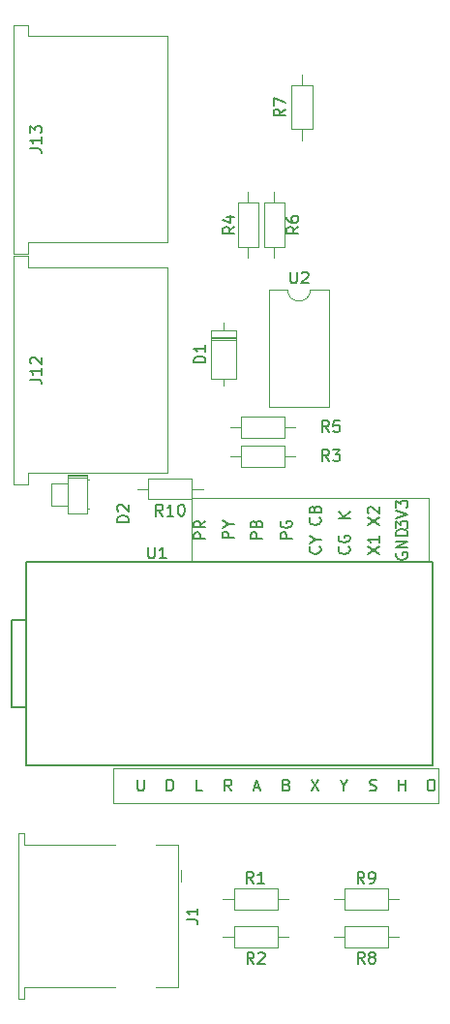
<source format=gbr>
G04 #@! TF.GenerationSoftware,KiCad,Pcbnew,5.1.5+dfsg1-2~bpo10+1*
G04 #@! TF.CreationDate,2020-04-18T13:19:32-07:00*
G04 #@! TF.ProjectId,rbdrums,72626472-756d-4732-9e6b-696361645f70,rev?*
G04 #@! TF.SameCoordinates,Original*
G04 #@! TF.FileFunction,Legend,Top*
G04 #@! TF.FilePolarity,Positive*
%FSLAX46Y46*%
G04 Gerber Fmt 4.6, Leading zero omitted, Abs format (unit mm)*
G04 Created by KiCad (PCBNEW 5.1.5+dfsg1-2~bpo10+1) date 2020-04-18 13:19:32*
%MOMM*%
%LPD*%
G04 APERTURE LIST*
%ADD10C,0.120000*%
%ADD11C,0.150000*%
G04 APERTURE END LIST*
D10*
X120360000Y-96072000D02*
X120360000Y-110572000D01*
X120360000Y-110572000D02*
X120860000Y-110572000D01*
X120860000Y-110572000D02*
X120860000Y-109572000D01*
X120860000Y-109572000D02*
X128860000Y-109572000D01*
X132360000Y-109572000D02*
X134360000Y-109572000D01*
X134360000Y-109572000D02*
X134360000Y-97072000D01*
X134360000Y-97072000D02*
X132360000Y-97072000D01*
X128860000Y-97072000D02*
X120860000Y-97072000D01*
X120860000Y-97072000D02*
X120860000Y-96072000D01*
X120860000Y-96072000D02*
X120360000Y-96072000D01*
X134610000Y-99322000D02*
X134610000Y-100322000D01*
X130759400Y-65989200D02*
X131709400Y-65989200D01*
X136499400Y-65989200D02*
X135549400Y-65989200D01*
X131709400Y-66909200D02*
X135549400Y-66909200D01*
X131709400Y-65069200D02*
X131709400Y-66909200D01*
X135549400Y-65069200D02*
X131709400Y-65069200D01*
X135549400Y-66909200D02*
X135549400Y-65069200D01*
X126504200Y-67741800D02*
X126504200Y-67741800D01*
X126374200Y-67741800D02*
X126504200Y-67741800D01*
X126374200Y-67741800D02*
X126374200Y-67741800D01*
X126504200Y-67741800D02*
X126374200Y-67741800D01*
X126504200Y-65201800D02*
X126504200Y-65201800D01*
X126374200Y-65201800D02*
X126504200Y-65201800D01*
X126374200Y-65201800D02*
X126374200Y-65201800D01*
X126504200Y-65201800D02*
X126374200Y-65201800D01*
X124654200Y-67431800D02*
X124654200Y-65511800D01*
X123254200Y-67431800D02*
X124654200Y-67431800D01*
X123254200Y-65511800D02*
X123254200Y-67431800D01*
X124654200Y-65511800D02*
X123254200Y-65511800D01*
X126374200Y-65001800D02*
X124654200Y-65001800D01*
X126374200Y-64881800D02*
X124654200Y-64881800D01*
X126374200Y-68181800D02*
X126374200Y-64761800D01*
X124654200Y-68181800D02*
X126374200Y-68181800D01*
X124654200Y-64761800D02*
X124654200Y-68181800D01*
X126374200Y-64761800D02*
X124654200Y-64761800D01*
D11*
X119761000Y-85090000D02*
X121031000Y-85090000D01*
X119761000Y-77470000D02*
X119761000Y-85090000D01*
X121031000Y-77470000D02*
X119761000Y-77470000D01*
X156591000Y-72390000D02*
X121031000Y-72390000D01*
X156591000Y-90170000D02*
X156591000Y-72390000D01*
X121031000Y-90170000D02*
X156591000Y-90170000D01*
X121031000Y-72390000D02*
X121031000Y-90170000D01*
D10*
X147557000Y-48581000D02*
X145907000Y-48581000D01*
X147557000Y-58861000D02*
X147557000Y-48581000D01*
X142257000Y-58861000D02*
X147557000Y-58861000D01*
X142257000Y-48581000D02*
X142257000Y-58861000D01*
X143907000Y-48581000D02*
X142257000Y-48581000D01*
X145907000Y-48581000D02*
G75*
G02X143907000Y-48581000I-1000000J0D01*
G01*
X147929800Y-101854000D02*
X148879800Y-101854000D01*
X153669800Y-101854000D02*
X152719800Y-101854000D01*
X148879800Y-102774000D02*
X152719800Y-102774000D01*
X148879800Y-100934000D02*
X148879800Y-102774000D01*
X152719800Y-100934000D02*
X148879800Y-100934000D01*
X152719800Y-102774000D02*
X152719800Y-100934000D01*
X147929800Y-105156000D02*
X148879800Y-105156000D01*
X153669800Y-105156000D02*
X152719800Y-105156000D01*
X148879800Y-106076000D02*
X152719800Y-106076000D01*
X148879800Y-104236000D02*
X148879800Y-106076000D01*
X152719800Y-104236000D02*
X148879800Y-104236000D01*
X152719800Y-106076000D02*
X152719800Y-104236000D01*
X145161000Y-29769000D02*
X145161000Y-30719000D01*
X145161000Y-35509000D02*
X145161000Y-34559000D01*
X144241000Y-30719000D02*
X144241000Y-34559000D01*
X146081000Y-30719000D02*
X144241000Y-30719000D01*
X146081000Y-34559000D02*
X146081000Y-30719000D01*
X144241000Y-34559000D02*
X146081000Y-34559000D01*
X142748000Y-40056000D02*
X142748000Y-41006000D01*
X142748000Y-45796000D02*
X142748000Y-44846000D01*
X141828000Y-41006000D02*
X141828000Y-44846000D01*
X143668000Y-41006000D02*
X141828000Y-41006000D01*
X143668000Y-44846000D02*
X143668000Y-41006000D01*
X141828000Y-44846000D02*
X143668000Y-44846000D01*
X144602000Y-60579000D02*
X143652000Y-60579000D01*
X138862000Y-60579000D02*
X139812000Y-60579000D01*
X143652000Y-59659000D02*
X139812000Y-59659000D01*
X143652000Y-61499000D02*
X143652000Y-59659000D01*
X139812000Y-61499000D02*
X143652000Y-61499000D01*
X139812000Y-59659000D02*
X139812000Y-61499000D01*
X140462000Y-40056000D02*
X140462000Y-41006000D01*
X140462000Y-45796000D02*
X140462000Y-44846000D01*
X139542000Y-41006000D02*
X139542000Y-44846000D01*
X141382000Y-41006000D02*
X139542000Y-41006000D01*
X141382000Y-44846000D02*
X141382000Y-41006000D01*
X139542000Y-44846000D02*
X141382000Y-44846000D01*
X138862000Y-63119000D02*
X139812000Y-63119000D01*
X144602000Y-63119000D02*
X143652000Y-63119000D01*
X139812000Y-64039000D02*
X143652000Y-64039000D01*
X139812000Y-62199000D02*
X139812000Y-64039000D01*
X143652000Y-62199000D02*
X139812000Y-62199000D01*
X143652000Y-64039000D02*
X143652000Y-62199000D01*
X143992400Y-105156000D02*
X143042400Y-105156000D01*
X138252400Y-105156000D02*
X139202400Y-105156000D01*
X143042400Y-104236000D02*
X139202400Y-104236000D01*
X143042400Y-106076000D02*
X143042400Y-104236000D01*
X139202400Y-106076000D02*
X143042400Y-106076000D01*
X139202400Y-104236000D02*
X139202400Y-106076000D01*
X143992400Y-101854000D02*
X143042400Y-101854000D01*
X138252400Y-101854000D02*
X139202400Y-101854000D01*
X143042400Y-100934000D02*
X139202400Y-100934000D01*
X143042400Y-102774000D02*
X143042400Y-100934000D01*
X139202400Y-102774000D02*
X143042400Y-102774000D01*
X139202400Y-100934000D02*
X139202400Y-102774000D01*
X119921000Y-44433000D02*
X119921000Y-26433000D01*
X133421000Y-26433000D02*
X133421000Y-44433000D01*
X119921000Y-26433000D02*
X119921000Y-25433000D01*
X119921000Y-25433000D02*
X121171000Y-25433000D01*
X121171000Y-25433000D02*
X121171000Y-26433000D01*
X121171000Y-26433000D02*
X133421000Y-26433000D01*
X119921000Y-44433000D02*
X119921000Y-45433000D01*
X119921000Y-45433000D02*
X121171000Y-45433000D01*
X121171000Y-45433000D02*
X121171000Y-44433000D01*
X121171000Y-44433000D02*
X133421000Y-44433000D01*
X119921000Y-64626000D02*
X119921000Y-46626000D01*
X133421000Y-46626000D02*
X133421000Y-64626000D01*
X119921000Y-46626000D02*
X119921000Y-45626000D01*
X119921000Y-45626000D02*
X121171000Y-45626000D01*
X121171000Y-45626000D02*
X121171000Y-46626000D01*
X121171000Y-46626000D02*
X133421000Y-46626000D01*
X119921000Y-64626000D02*
X119921000Y-65626000D01*
X119921000Y-65626000D02*
X121171000Y-65626000D01*
X121171000Y-65626000D02*
X121171000Y-64626000D01*
X121171000Y-64626000D02*
X133421000Y-64626000D01*
X157099000Y-93449400D02*
X156294000Y-93448000D01*
X156294000Y-90448000D02*
X157099000Y-90449400D01*
X128694000Y-93448000D02*
X128694000Y-90448000D01*
X156294000Y-93448000D02*
X128694000Y-93448000D01*
X157099000Y-90449400D02*
X157099000Y-93449400D01*
X128694000Y-90448000D02*
X156294000Y-90448000D01*
X136314000Y-72365999D02*
X135509000Y-72367399D01*
X136314000Y-66826000D02*
X135509000Y-66827400D01*
X135509000Y-72367399D02*
X135509000Y-66827400D01*
X156294000Y-66826001D02*
X136314000Y-66826000D01*
X156294000Y-72366000D02*
X156294000Y-66826001D01*
X136314000Y-72365999D02*
X156294000Y-72366000D01*
X139423000Y-52709000D02*
X137183000Y-52709000D01*
X139423000Y-52949000D02*
X137183000Y-52949000D01*
X139423000Y-52829000D02*
X137183000Y-52829000D01*
X138303000Y-56999000D02*
X138303000Y-56349000D01*
X138303000Y-51459000D02*
X138303000Y-52109000D01*
X139423000Y-56349000D02*
X139423000Y-52109000D01*
X137183000Y-56349000D02*
X139423000Y-56349000D01*
X137183000Y-52109000D02*
X137183000Y-56349000D01*
X139423000Y-52109000D02*
X137183000Y-52109000D01*
D11*
X135062380Y-103655333D02*
X135776666Y-103655333D01*
X135919523Y-103702952D01*
X136014761Y-103798190D01*
X136062380Y-103941047D01*
X136062380Y-104036285D01*
X136062380Y-102655333D02*
X136062380Y-103226761D01*
X136062380Y-102941047D02*
X135062380Y-102941047D01*
X135205238Y-103036285D01*
X135300476Y-103131523D01*
X135348095Y-103226761D01*
X132986542Y-68361580D02*
X132653209Y-67885390D01*
X132415114Y-68361580D02*
X132415114Y-67361580D01*
X132796066Y-67361580D01*
X132891304Y-67409200D01*
X132938923Y-67456819D01*
X132986542Y-67552057D01*
X132986542Y-67694914D01*
X132938923Y-67790152D01*
X132891304Y-67837771D01*
X132796066Y-67885390D01*
X132415114Y-67885390D01*
X133938923Y-68361580D02*
X133367495Y-68361580D01*
X133653209Y-68361580D02*
X133653209Y-67361580D01*
X133557971Y-67504438D01*
X133462733Y-67599676D01*
X133367495Y-67647295D01*
X134557971Y-67361580D02*
X134653209Y-67361580D01*
X134748447Y-67409200D01*
X134796066Y-67456819D01*
X134843685Y-67552057D01*
X134891304Y-67742533D01*
X134891304Y-67980628D01*
X134843685Y-68171104D01*
X134796066Y-68266342D01*
X134748447Y-68313961D01*
X134653209Y-68361580D01*
X134557971Y-68361580D01*
X134462733Y-68313961D01*
X134415114Y-68266342D01*
X134367495Y-68171104D01*
X134319876Y-67980628D01*
X134319876Y-67742533D01*
X134367495Y-67552057D01*
X134415114Y-67456819D01*
X134462733Y-67409200D01*
X134557971Y-67361580D01*
X129996580Y-68886295D02*
X128996580Y-68886295D01*
X128996580Y-68648200D01*
X129044200Y-68505342D01*
X129139438Y-68410104D01*
X129234676Y-68362485D01*
X129425152Y-68314866D01*
X129568009Y-68314866D01*
X129758485Y-68362485D01*
X129853723Y-68410104D01*
X129948961Y-68505342D01*
X129996580Y-68648200D01*
X129996580Y-68886295D01*
X129091819Y-67933914D02*
X129044200Y-67886295D01*
X128996580Y-67791057D01*
X128996580Y-67552961D01*
X129044200Y-67457723D01*
X129091819Y-67410104D01*
X129187057Y-67362485D01*
X129282295Y-67362485D01*
X129425152Y-67410104D01*
X129996580Y-67981533D01*
X129996580Y-67362485D01*
X131699095Y-71080380D02*
X131699095Y-71889904D01*
X131746714Y-71985142D01*
X131794333Y-72032761D01*
X131889571Y-72080380D01*
X132080047Y-72080380D01*
X132175285Y-72032761D01*
X132222904Y-71985142D01*
X132270523Y-71889904D01*
X132270523Y-71080380D01*
X133270523Y-72080380D02*
X132699095Y-72080380D01*
X132984809Y-72080380D02*
X132984809Y-71080380D01*
X132889571Y-71223238D01*
X132794333Y-71318476D01*
X132699095Y-71366095D01*
X144145095Y-47033380D02*
X144145095Y-47842904D01*
X144192714Y-47938142D01*
X144240333Y-47985761D01*
X144335571Y-48033380D01*
X144526047Y-48033380D01*
X144621285Y-47985761D01*
X144668904Y-47938142D01*
X144716523Y-47842904D01*
X144716523Y-47033380D01*
X145145095Y-47128619D02*
X145192714Y-47081000D01*
X145287952Y-47033380D01*
X145526047Y-47033380D01*
X145621285Y-47081000D01*
X145668904Y-47128619D01*
X145716523Y-47223857D01*
X145716523Y-47319095D01*
X145668904Y-47461952D01*
X145097476Y-48033380D01*
X145716523Y-48033380D01*
X150607733Y-100477580D02*
X150274400Y-100001390D01*
X150036304Y-100477580D02*
X150036304Y-99477580D01*
X150417257Y-99477580D01*
X150512495Y-99525200D01*
X150560114Y-99572819D01*
X150607733Y-99668057D01*
X150607733Y-99810914D01*
X150560114Y-99906152D01*
X150512495Y-99953771D01*
X150417257Y-100001390D01*
X150036304Y-100001390D01*
X151083923Y-100477580D02*
X151274400Y-100477580D01*
X151369638Y-100429961D01*
X151417257Y-100382342D01*
X151512495Y-100239485D01*
X151560114Y-100049009D01*
X151560114Y-99668057D01*
X151512495Y-99572819D01*
X151464876Y-99525200D01*
X151369638Y-99477580D01*
X151179161Y-99477580D01*
X151083923Y-99525200D01*
X151036304Y-99572819D01*
X150988685Y-99668057D01*
X150988685Y-99906152D01*
X151036304Y-100001390D01*
X151083923Y-100049009D01*
X151179161Y-100096628D01*
X151369638Y-100096628D01*
X151464876Y-100049009D01*
X151512495Y-100001390D01*
X151560114Y-99906152D01*
X150633133Y-107487980D02*
X150299800Y-107011790D01*
X150061704Y-107487980D02*
X150061704Y-106487980D01*
X150442657Y-106487980D01*
X150537895Y-106535600D01*
X150585514Y-106583219D01*
X150633133Y-106678457D01*
X150633133Y-106821314D01*
X150585514Y-106916552D01*
X150537895Y-106964171D01*
X150442657Y-107011790D01*
X150061704Y-107011790D01*
X151204561Y-106916552D02*
X151109323Y-106868933D01*
X151061704Y-106821314D01*
X151014085Y-106726076D01*
X151014085Y-106678457D01*
X151061704Y-106583219D01*
X151109323Y-106535600D01*
X151204561Y-106487980D01*
X151395038Y-106487980D01*
X151490276Y-106535600D01*
X151537895Y-106583219D01*
X151585514Y-106678457D01*
X151585514Y-106726076D01*
X151537895Y-106821314D01*
X151490276Y-106868933D01*
X151395038Y-106916552D01*
X151204561Y-106916552D01*
X151109323Y-106964171D01*
X151061704Y-107011790D01*
X151014085Y-107107028D01*
X151014085Y-107297504D01*
X151061704Y-107392742D01*
X151109323Y-107440361D01*
X151204561Y-107487980D01*
X151395038Y-107487980D01*
X151490276Y-107440361D01*
X151537895Y-107392742D01*
X151585514Y-107297504D01*
X151585514Y-107107028D01*
X151537895Y-107011790D01*
X151490276Y-106964171D01*
X151395038Y-106916552D01*
X143693380Y-32805666D02*
X143217190Y-33139000D01*
X143693380Y-33377095D02*
X142693380Y-33377095D01*
X142693380Y-32996142D01*
X142741000Y-32900904D01*
X142788619Y-32853285D01*
X142883857Y-32805666D01*
X143026714Y-32805666D01*
X143121952Y-32853285D01*
X143169571Y-32900904D01*
X143217190Y-32996142D01*
X143217190Y-33377095D01*
X142693380Y-32472333D02*
X142693380Y-31805666D01*
X143693380Y-32234238D01*
X144851380Y-43092666D02*
X144375190Y-43426000D01*
X144851380Y-43664095D02*
X143851380Y-43664095D01*
X143851380Y-43283142D01*
X143899000Y-43187904D01*
X143946619Y-43140285D01*
X144041857Y-43092666D01*
X144184714Y-43092666D01*
X144279952Y-43140285D01*
X144327571Y-43187904D01*
X144375190Y-43283142D01*
X144375190Y-43664095D01*
X143851380Y-42235523D02*
X143851380Y-42426000D01*
X143899000Y-42521238D01*
X143946619Y-42568857D01*
X144089476Y-42664095D01*
X144279952Y-42711714D01*
X144660904Y-42711714D01*
X144756142Y-42664095D01*
X144803761Y-42616476D01*
X144851380Y-42521238D01*
X144851380Y-42330761D01*
X144803761Y-42235523D01*
X144756142Y-42187904D01*
X144660904Y-42140285D01*
X144422809Y-42140285D01*
X144327571Y-42187904D01*
X144279952Y-42235523D01*
X144232333Y-42330761D01*
X144232333Y-42521238D01*
X144279952Y-42616476D01*
X144327571Y-42664095D01*
X144422809Y-42711714D01*
X147534333Y-61031380D02*
X147201000Y-60555190D01*
X146962904Y-61031380D02*
X146962904Y-60031380D01*
X147343857Y-60031380D01*
X147439095Y-60079000D01*
X147486714Y-60126619D01*
X147534333Y-60221857D01*
X147534333Y-60364714D01*
X147486714Y-60459952D01*
X147439095Y-60507571D01*
X147343857Y-60555190D01*
X146962904Y-60555190D01*
X148439095Y-60031380D02*
X147962904Y-60031380D01*
X147915285Y-60507571D01*
X147962904Y-60459952D01*
X148058142Y-60412333D01*
X148296238Y-60412333D01*
X148391476Y-60459952D01*
X148439095Y-60507571D01*
X148486714Y-60602809D01*
X148486714Y-60840904D01*
X148439095Y-60936142D01*
X148391476Y-60983761D01*
X148296238Y-61031380D01*
X148058142Y-61031380D01*
X147962904Y-60983761D01*
X147915285Y-60936142D01*
X139263380Y-43092666D02*
X138787190Y-43426000D01*
X139263380Y-43664095D02*
X138263380Y-43664095D01*
X138263380Y-43283142D01*
X138311000Y-43187904D01*
X138358619Y-43140285D01*
X138453857Y-43092666D01*
X138596714Y-43092666D01*
X138691952Y-43140285D01*
X138739571Y-43187904D01*
X138787190Y-43283142D01*
X138787190Y-43664095D01*
X138596714Y-42235523D02*
X139263380Y-42235523D01*
X138215761Y-42473619D02*
X138930047Y-42711714D01*
X138930047Y-42092666D01*
X147534333Y-63571380D02*
X147201000Y-63095190D01*
X146962904Y-63571380D02*
X146962904Y-62571380D01*
X147343857Y-62571380D01*
X147439095Y-62619000D01*
X147486714Y-62666619D01*
X147534333Y-62761857D01*
X147534333Y-62904714D01*
X147486714Y-62999952D01*
X147439095Y-63047571D01*
X147343857Y-63095190D01*
X146962904Y-63095190D01*
X147867666Y-62571380D02*
X148486714Y-62571380D01*
X148153380Y-62952333D01*
X148296238Y-62952333D01*
X148391476Y-62999952D01*
X148439095Y-63047571D01*
X148486714Y-63142809D01*
X148486714Y-63380904D01*
X148439095Y-63476142D01*
X148391476Y-63523761D01*
X148296238Y-63571380D01*
X148010523Y-63571380D01*
X147915285Y-63523761D01*
X147867666Y-63476142D01*
X140955733Y-107513380D02*
X140622400Y-107037190D01*
X140384304Y-107513380D02*
X140384304Y-106513380D01*
X140765257Y-106513380D01*
X140860495Y-106561000D01*
X140908114Y-106608619D01*
X140955733Y-106703857D01*
X140955733Y-106846714D01*
X140908114Y-106941952D01*
X140860495Y-106989571D01*
X140765257Y-107037190D01*
X140384304Y-107037190D01*
X141336685Y-106608619D02*
X141384304Y-106561000D01*
X141479542Y-106513380D01*
X141717638Y-106513380D01*
X141812876Y-106561000D01*
X141860495Y-106608619D01*
X141908114Y-106703857D01*
X141908114Y-106799095D01*
X141860495Y-106941952D01*
X141289066Y-107513380D01*
X141908114Y-107513380D01*
X140930333Y-100452180D02*
X140597000Y-99975990D01*
X140358904Y-100452180D02*
X140358904Y-99452180D01*
X140739857Y-99452180D01*
X140835095Y-99499800D01*
X140882714Y-99547419D01*
X140930333Y-99642657D01*
X140930333Y-99785514D01*
X140882714Y-99880752D01*
X140835095Y-99928371D01*
X140739857Y-99975990D01*
X140358904Y-99975990D01*
X141882714Y-100452180D02*
X141311285Y-100452180D01*
X141597000Y-100452180D02*
X141597000Y-99452180D01*
X141501761Y-99595038D01*
X141406523Y-99690276D01*
X141311285Y-99737895D01*
X121373380Y-36242523D02*
X122087666Y-36242523D01*
X122230523Y-36290142D01*
X122325761Y-36385380D01*
X122373380Y-36528238D01*
X122373380Y-36623476D01*
X122373380Y-35242523D02*
X122373380Y-35813952D01*
X122373380Y-35528238D02*
X121373380Y-35528238D01*
X121516238Y-35623476D01*
X121611476Y-35718714D01*
X121659095Y-35813952D01*
X121373380Y-34909190D02*
X121373380Y-34290142D01*
X121754333Y-34623476D01*
X121754333Y-34480619D01*
X121801952Y-34385380D01*
X121849571Y-34337761D01*
X121944809Y-34290142D01*
X122182904Y-34290142D01*
X122278142Y-34337761D01*
X122325761Y-34385380D01*
X122373380Y-34480619D01*
X122373380Y-34766333D01*
X122325761Y-34861571D01*
X122278142Y-34909190D01*
X121373380Y-56435523D02*
X122087666Y-56435523D01*
X122230523Y-56483142D01*
X122325761Y-56578380D01*
X122373380Y-56721238D01*
X122373380Y-56816476D01*
X122373380Y-55435523D02*
X122373380Y-56006952D01*
X122373380Y-55721238D02*
X121373380Y-55721238D01*
X121516238Y-55816476D01*
X121611476Y-55911714D01*
X121659095Y-56006952D01*
X121468619Y-55054571D02*
X121421000Y-55006952D01*
X121373380Y-54911714D01*
X121373380Y-54673619D01*
X121421000Y-54578380D01*
X121468619Y-54530761D01*
X121563857Y-54483142D01*
X121659095Y-54483142D01*
X121801952Y-54530761D01*
X122373380Y-55102190D01*
X122373380Y-54483142D01*
X156368761Y-91400380D02*
X156559238Y-91400380D01*
X156654476Y-91448000D01*
X156749714Y-91543238D01*
X156797333Y-91733714D01*
X156797333Y-92067047D01*
X156749714Y-92257523D01*
X156654476Y-92352761D01*
X156559238Y-92400380D01*
X156368761Y-92400380D01*
X156273523Y-92352761D01*
X156178285Y-92257523D01*
X156130666Y-92067047D01*
X156130666Y-91733714D01*
X156178285Y-91543238D01*
X156273523Y-91448000D01*
X156368761Y-91400380D01*
X153638285Y-92400380D02*
X153638285Y-91400380D01*
X153638285Y-91876571D02*
X154209714Y-91876571D01*
X154209714Y-92400380D02*
X154209714Y-91400380D01*
X151098285Y-92352761D02*
X151241142Y-92400380D01*
X151479238Y-92400380D01*
X151574476Y-92352761D01*
X151622095Y-92305142D01*
X151669714Y-92209904D01*
X151669714Y-92114666D01*
X151622095Y-92019428D01*
X151574476Y-91971809D01*
X151479238Y-91924190D01*
X151288761Y-91876571D01*
X151193523Y-91828952D01*
X151145904Y-91781333D01*
X151098285Y-91686095D01*
X151098285Y-91590857D01*
X151145904Y-91495619D01*
X151193523Y-91448000D01*
X151288761Y-91400380D01*
X151526857Y-91400380D01*
X151669714Y-91448000D01*
X148844000Y-91924190D02*
X148844000Y-92400380D01*
X148510666Y-91400380D02*
X148844000Y-91924190D01*
X149177333Y-91400380D01*
X145970666Y-91400380D02*
X146637333Y-92400380D01*
X146637333Y-91400380D02*
X145970666Y-92400380D01*
X143835428Y-91876571D02*
X143978285Y-91924190D01*
X144025904Y-91971809D01*
X144073523Y-92067047D01*
X144073523Y-92209904D01*
X144025904Y-92305142D01*
X143978285Y-92352761D01*
X143883047Y-92400380D01*
X143502095Y-92400380D01*
X143502095Y-91400380D01*
X143835428Y-91400380D01*
X143930666Y-91448000D01*
X143978285Y-91495619D01*
X144025904Y-91590857D01*
X144025904Y-91686095D01*
X143978285Y-91781333D01*
X143930666Y-91828952D01*
X143835428Y-91876571D01*
X143502095Y-91876571D01*
X140985904Y-92114666D02*
X141462095Y-92114666D01*
X140890666Y-92400380D02*
X141224000Y-91400380D01*
X141557333Y-92400380D01*
X138993523Y-92400380D02*
X138660190Y-91924190D01*
X138422095Y-92400380D02*
X138422095Y-91400380D01*
X138803047Y-91400380D01*
X138898285Y-91448000D01*
X138945904Y-91495619D01*
X138993523Y-91590857D01*
X138993523Y-91733714D01*
X138945904Y-91828952D01*
X138898285Y-91876571D01*
X138803047Y-91924190D01*
X138422095Y-91924190D01*
X136453523Y-92400380D02*
X135977333Y-92400380D01*
X135977333Y-91400380D01*
X133342095Y-92400380D02*
X133342095Y-91400380D01*
X133580190Y-91400380D01*
X133723047Y-91448000D01*
X133818285Y-91543238D01*
X133865904Y-91638476D01*
X133913523Y-91828952D01*
X133913523Y-91971809D01*
X133865904Y-92162285D01*
X133818285Y-92257523D01*
X133723047Y-92352761D01*
X133580190Y-92400380D01*
X133342095Y-92400380D01*
X130778285Y-91400380D02*
X130778285Y-92209904D01*
X130825904Y-92305142D01*
X130873523Y-92352761D01*
X130968761Y-92400380D01*
X131159238Y-92400380D01*
X131254476Y-92352761D01*
X131302095Y-92305142D01*
X131349714Y-92209904D01*
X131349714Y-91400380D01*
X136723380Y-70357904D02*
X135723380Y-70357904D01*
X135723380Y-69976952D01*
X135771000Y-69881714D01*
X135818619Y-69834095D01*
X135913857Y-69786476D01*
X136056714Y-69786476D01*
X136151952Y-69834095D01*
X136199571Y-69881714D01*
X136247190Y-69976952D01*
X136247190Y-70357904D01*
X136723380Y-68786476D02*
X136247190Y-69119809D01*
X136723380Y-69357904D02*
X135723380Y-69357904D01*
X135723380Y-68976952D01*
X135771000Y-68881714D01*
X135818619Y-68834095D01*
X135913857Y-68786476D01*
X136056714Y-68786476D01*
X136151952Y-68834095D01*
X136199571Y-68881714D01*
X136247190Y-68976952D01*
X136247190Y-69357904D01*
X139199880Y-70286476D02*
X138199880Y-70286476D01*
X138199880Y-69905523D01*
X138247500Y-69810285D01*
X138295119Y-69762666D01*
X138390357Y-69715047D01*
X138533214Y-69715047D01*
X138628452Y-69762666D01*
X138676071Y-69810285D01*
X138723690Y-69905523D01*
X138723690Y-70286476D01*
X138723690Y-69096000D02*
X139199880Y-69096000D01*
X138199880Y-69429333D02*
X138723690Y-69096000D01*
X138199880Y-68762666D01*
X141676380Y-70357904D02*
X140676380Y-70357904D01*
X140676380Y-69976952D01*
X140724000Y-69881714D01*
X140771619Y-69834095D01*
X140866857Y-69786476D01*
X141009714Y-69786476D01*
X141104952Y-69834095D01*
X141152571Y-69881714D01*
X141200190Y-69976952D01*
X141200190Y-70357904D01*
X141152571Y-69024571D02*
X141200190Y-68881714D01*
X141247809Y-68834095D01*
X141343047Y-68786476D01*
X141485904Y-68786476D01*
X141581142Y-68834095D01*
X141628761Y-68881714D01*
X141676380Y-68976952D01*
X141676380Y-69357904D01*
X140676380Y-69357904D01*
X140676380Y-69024571D01*
X140724000Y-68929333D01*
X140771619Y-68881714D01*
X140866857Y-68834095D01*
X140962095Y-68834095D01*
X141057333Y-68881714D01*
X141104952Y-68929333D01*
X141152571Y-69024571D01*
X141152571Y-69357904D01*
X144279880Y-70357904D02*
X143279880Y-70357904D01*
X143279880Y-69976952D01*
X143327500Y-69881714D01*
X143375119Y-69834095D01*
X143470357Y-69786476D01*
X143613214Y-69786476D01*
X143708452Y-69834095D01*
X143756071Y-69881714D01*
X143803690Y-69976952D01*
X143803690Y-70357904D01*
X143327500Y-68834095D02*
X143279880Y-68929333D01*
X143279880Y-69072190D01*
X143327500Y-69215047D01*
X143422738Y-69310285D01*
X143517976Y-69357904D01*
X143708452Y-69405523D01*
X143851309Y-69405523D01*
X144041785Y-69357904D01*
X144137023Y-69310285D01*
X144232261Y-69215047D01*
X144279880Y-69072190D01*
X144279880Y-68976952D01*
X144232261Y-68834095D01*
X144184642Y-68786476D01*
X143851309Y-68786476D01*
X143851309Y-68976952D01*
X146724642Y-68516476D02*
X146772261Y-68564095D01*
X146819880Y-68706952D01*
X146819880Y-68802190D01*
X146772261Y-68945047D01*
X146677023Y-69040285D01*
X146581785Y-69087904D01*
X146391309Y-69135523D01*
X146248452Y-69135523D01*
X146057976Y-69087904D01*
X145962738Y-69040285D01*
X145867500Y-68945047D01*
X145819880Y-68802190D01*
X145819880Y-68706952D01*
X145867500Y-68564095D01*
X145915119Y-68516476D01*
X146296071Y-67754571D02*
X146343690Y-67611714D01*
X146391309Y-67564095D01*
X146486547Y-67516476D01*
X146629404Y-67516476D01*
X146724642Y-67564095D01*
X146772261Y-67611714D01*
X146819880Y-67706952D01*
X146819880Y-68087904D01*
X145819880Y-68087904D01*
X145819880Y-67754571D01*
X145867500Y-67659333D01*
X145915119Y-67611714D01*
X146010357Y-67564095D01*
X146105595Y-67564095D01*
X146200833Y-67611714D01*
X146248452Y-67659333D01*
X146296071Y-67754571D01*
X146296071Y-68087904D01*
X146724642Y-71048547D02*
X146772261Y-71096166D01*
X146819880Y-71239023D01*
X146819880Y-71334261D01*
X146772261Y-71477119D01*
X146677023Y-71572357D01*
X146581785Y-71619976D01*
X146391309Y-71667595D01*
X146248452Y-71667595D01*
X146057976Y-71619976D01*
X145962738Y-71572357D01*
X145867500Y-71477119D01*
X145819880Y-71334261D01*
X145819880Y-71239023D01*
X145867500Y-71096166D01*
X145915119Y-71048547D01*
X146343690Y-70429500D02*
X146819880Y-70429500D01*
X145819880Y-70762833D02*
X146343690Y-70429500D01*
X145819880Y-70096166D01*
X149264642Y-71056476D02*
X149312261Y-71104095D01*
X149359880Y-71246952D01*
X149359880Y-71342190D01*
X149312261Y-71485047D01*
X149217023Y-71580285D01*
X149121785Y-71627904D01*
X148931309Y-71675523D01*
X148788452Y-71675523D01*
X148597976Y-71627904D01*
X148502738Y-71580285D01*
X148407500Y-71485047D01*
X148359880Y-71342190D01*
X148359880Y-71246952D01*
X148407500Y-71104095D01*
X148455119Y-71056476D01*
X148407500Y-70104095D02*
X148359880Y-70199333D01*
X148359880Y-70342190D01*
X148407500Y-70485047D01*
X148502738Y-70580285D01*
X148597976Y-70627904D01*
X148788452Y-70675523D01*
X148931309Y-70675523D01*
X149121785Y-70627904D01*
X149217023Y-70580285D01*
X149312261Y-70485047D01*
X149359880Y-70342190D01*
X149359880Y-70246952D01*
X149312261Y-70104095D01*
X149264642Y-70056476D01*
X148931309Y-70056476D01*
X148931309Y-70246952D01*
X149359880Y-68587904D02*
X148359880Y-68587904D01*
X149359880Y-68016476D02*
X148788452Y-68445047D01*
X148359880Y-68016476D02*
X148931309Y-68587904D01*
X150899880Y-69135523D02*
X151899880Y-68468857D01*
X150899880Y-68468857D02*
X151899880Y-69135523D01*
X150995119Y-68135523D02*
X150947500Y-68087904D01*
X150899880Y-67992666D01*
X150899880Y-67754571D01*
X150947500Y-67659333D01*
X150995119Y-67611714D01*
X151090357Y-67564095D01*
X151185595Y-67564095D01*
X151328452Y-67611714D01*
X151899880Y-68183142D01*
X151899880Y-67564095D01*
X150899880Y-71675523D02*
X151899880Y-71008857D01*
X150899880Y-71008857D02*
X151899880Y-71675523D01*
X151899880Y-70104095D02*
X151899880Y-70675523D01*
X151899880Y-70389809D02*
X150899880Y-70389809D01*
X151042738Y-70485047D01*
X151137976Y-70580285D01*
X151185595Y-70675523D01*
X153454000Y-71607904D02*
X153406380Y-71703142D01*
X153406380Y-71846000D01*
X153454000Y-71988857D01*
X153549238Y-72084095D01*
X153644476Y-72131714D01*
X153834952Y-72179333D01*
X153977809Y-72179333D01*
X154168285Y-72131714D01*
X154263523Y-72084095D01*
X154358761Y-71988857D01*
X154406380Y-71846000D01*
X154406380Y-71750761D01*
X154358761Y-71607904D01*
X154311142Y-71560285D01*
X153977809Y-71560285D01*
X153977809Y-71750761D01*
X154406380Y-71131714D02*
X153406380Y-71131714D01*
X154406380Y-70560285D01*
X153406380Y-70560285D01*
X154406380Y-70084095D02*
X153406380Y-70084095D01*
X153406380Y-69846000D01*
X153454000Y-69703142D01*
X153549238Y-69607904D01*
X153644476Y-69560285D01*
X153834952Y-69512666D01*
X153977809Y-69512666D01*
X154168285Y-69560285D01*
X154263523Y-69607904D01*
X154358761Y-69703142D01*
X154406380Y-69846000D01*
X154406380Y-70084095D01*
X153406380Y-69434095D02*
X153406380Y-68815047D01*
X153787333Y-69148380D01*
X153787333Y-69005523D01*
X153834952Y-68910285D01*
X153882571Y-68862666D01*
X153977809Y-68815047D01*
X154215904Y-68815047D01*
X154311142Y-68862666D01*
X154358761Y-68910285D01*
X154406380Y-69005523D01*
X154406380Y-69291238D01*
X154358761Y-69386476D01*
X154311142Y-69434095D01*
X153406380Y-68529333D02*
X154406380Y-68196000D01*
X153406380Y-67862666D01*
X153406380Y-67624571D02*
X153406380Y-67005523D01*
X153787333Y-67338857D01*
X153787333Y-67196000D01*
X153834952Y-67100761D01*
X153882571Y-67053142D01*
X153977809Y-67005523D01*
X154215904Y-67005523D01*
X154311142Y-67053142D01*
X154358761Y-67100761D01*
X154406380Y-67196000D01*
X154406380Y-67481714D01*
X154358761Y-67576952D01*
X154311142Y-67624571D01*
X136723380Y-54967095D02*
X135723380Y-54967095D01*
X135723380Y-54729000D01*
X135771000Y-54586142D01*
X135866238Y-54490904D01*
X135961476Y-54443285D01*
X136151952Y-54395666D01*
X136294809Y-54395666D01*
X136485285Y-54443285D01*
X136580523Y-54490904D01*
X136675761Y-54586142D01*
X136723380Y-54729000D01*
X136723380Y-54967095D01*
X136723380Y-53443285D02*
X136723380Y-54014714D01*
X136723380Y-53729000D02*
X135723380Y-53729000D01*
X135866238Y-53824238D01*
X135961476Y-53919476D01*
X136009095Y-54014714D01*
M02*

</source>
